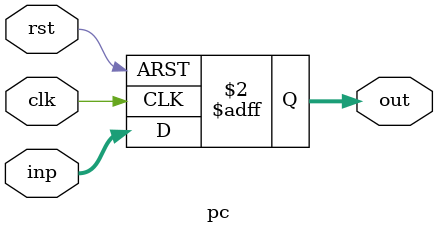
<source format=v>
module pc(inp,clk,rst,out);
    input clk,rst;
    input [31:0] inp;
    output reg [31:0] out;
    always@(posedge clk,posedge rst)begin
        if(rst) out <={30'b111111111111111111111111111111,2'b0};
        else out <= inp;
    end
endmodule
</source>
